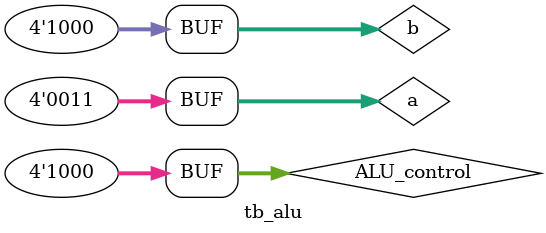
<source format=v>
module tb_alu;

    reg [3:0] ALU_control, a, b;
    wire [3:0] ALU_out;
    wire c,v,z;

    ALU uut(ALU_control, a, b, ALU_out, c, v, z);

    initial begin
        a = 4'b0011;
        b = 4'b1000;
    	ALU_control = 4'b1000;
    end

    initial $monitor("ALU_OUT = %b v = %b, z = %b, c = %b", ALU_out, v, z, c);

endmodule
</source>
